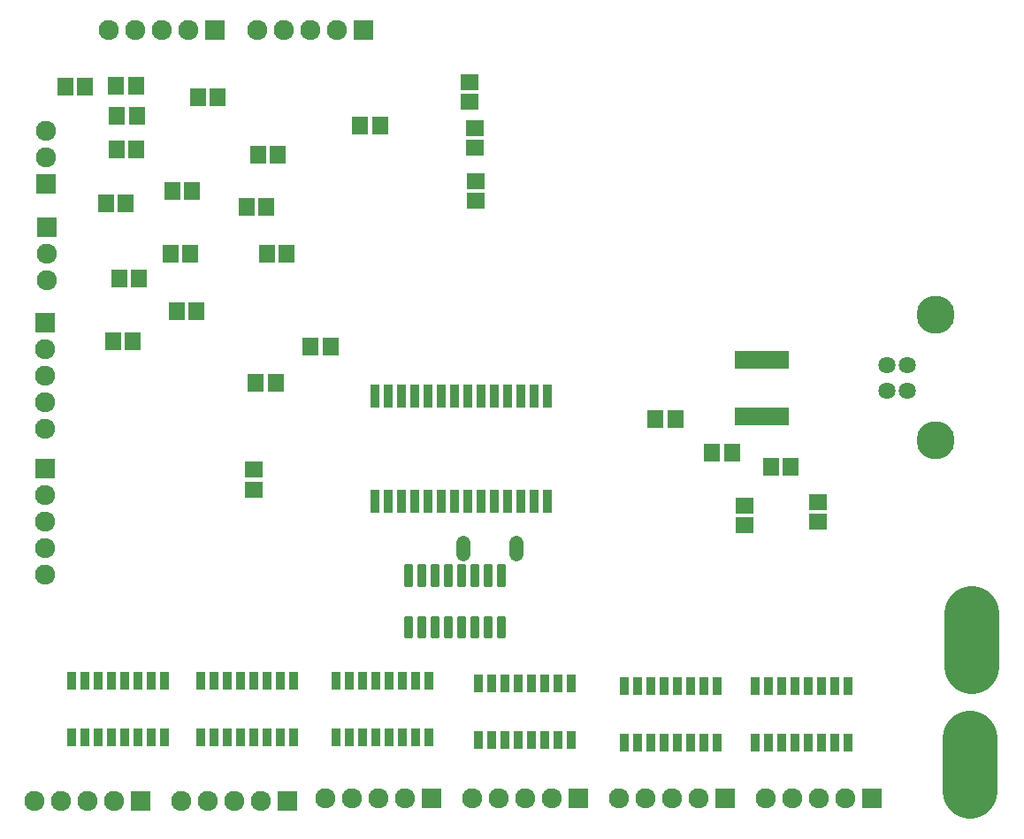
<source format=gbr>
G04 EAGLE Gerber RS-274X export*
G75*
%MOMM*%
%FSLAX34Y34*%
%LPD*%
%INSoldermask Top*%
%IPPOS*%
%AMOC8*
5,1,8,0,0,1.08239X$1,22.5*%
G01*
%ADD10R,1.703200X1.503200*%
%ADD11R,1.503200X1.703200*%
%ADD12C,5.283200*%
%ADD13R,1.928200X1.928200*%
%ADD14C,1.928200*%
%ADD15R,0.863600X2.235200*%
%ADD16R,0.638200X1.729200*%
%ADD17R,0.853200X1.753200*%
%ADD18C,1.634200*%
%ADD19C,3.653200*%
%ADD20C,1.320800*%
%ADD21C,0.349006*%


D10*
X233000Y334300D03*
X233000Y353300D03*
X773700Y303400D03*
X773700Y322400D03*
X703700Y299900D03*
X703700Y318900D03*
X445200Y661400D03*
X445200Y680400D03*
X439800Y724400D03*
X439800Y705400D03*
D11*
X179800Y709800D03*
X198800Y709800D03*
X121000Y660200D03*
X102000Y660200D03*
X71800Y720200D03*
X52800Y720200D03*
X237400Y654800D03*
X256400Y654800D03*
X226600Y604800D03*
X245600Y604800D03*
X245800Y559800D03*
X264800Y559800D03*
X354200Y683000D03*
X335200Y683000D03*
X102300Y692000D03*
X121300Y692000D03*
D10*
X446300Y629600D03*
X446300Y610600D03*
D11*
X672200Y369800D03*
X691200Y369800D03*
D12*
X918800Y95900D02*
X918800Y45100D01*
D13*
X196200Y774400D03*
D14*
X170800Y774400D03*
X145400Y774400D03*
X120000Y774400D03*
X94600Y774400D03*
D15*
X349650Y323208D03*
X362350Y323208D03*
X375050Y323208D03*
X387750Y323208D03*
X400450Y323208D03*
X413150Y323208D03*
X425850Y323208D03*
X438550Y323208D03*
X438550Y423792D03*
X425850Y423792D03*
X413150Y423792D03*
X400450Y423792D03*
X387750Y423792D03*
X375050Y423792D03*
X362350Y423792D03*
X349650Y423792D03*
X451250Y323208D03*
X463950Y323208D03*
X476650Y323208D03*
X489350Y323208D03*
X502050Y323208D03*
X514750Y323208D03*
X451250Y423792D03*
X463950Y423792D03*
X476650Y423792D03*
X489350Y423792D03*
X502050Y423792D03*
X514750Y423792D03*
D16*
X742020Y458820D03*
X735680Y458820D03*
X729320Y458820D03*
X722980Y458820D03*
X716620Y458820D03*
X710280Y458820D03*
X703920Y458820D03*
X697580Y458820D03*
X697580Y404580D03*
X703920Y404580D03*
X710280Y404580D03*
X716620Y404580D03*
X722980Y404580D03*
X729320Y404580D03*
X735680Y404580D03*
X742020Y404580D03*
D17*
X58650Y96750D03*
X71350Y96750D03*
X84050Y96750D03*
X96750Y96750D03*
X109450Y96750D03*
X122150Y96750D03*
X134850Y96750D03*
X147550Y96750D03*
X147550Y151250D03*
X134850Y151250D03*
X122150Y151250D03*
X109450Y151250D03*
X96750Y151250D03*
X84050Y151250D03*
X71350Y151250D03*
X58650Y151250D03*
X182450Y96650D03*
X195150Y96650D03*
X207850Y96650D03*
X220550Y96650D03*
X233250Y96650D03*
X245950Y96650D03*
X258650Y96650D03*
X271350Y96650D03*
X271350Y151150D03*
X258650Y151150D03*
X245950Y151150D03*
X233250Y151150D03*
X220550Y151150D03*
X207850Y151150D03*
X195150Y151150D03*
X182450Y151150D03*
X312450Y96550D03*
X325150Y96550D03*
X337850Y96550D03*
X350550Y96550D03*
X363250Y96550D03*
X375950Y96550D03*
X388650Y96550D03*
X401350Y96550D03*
X401350Y151050D03*
X388650Y151050D03*
X375950Y151050D03*
X363250Y151050D03*
X350550Y151050D03*
X337850Y151050D03*
X325150Y151050D03*
X312450Y151050D03*
X537550Y148550D03*
X524850Y148550D03*
X512150Y148550D03*
X499450Y148550D03*
X486750Y148550D03*
X474050Y148550D03*
X461350Y148550D03*
X448650Y148550D03*
X448650Y94050D03*
X461350Y94050D03*
X474050Y94050D03*
X486750Y94050D03*
X499450Y94050D03*
X512150Y94050D03*
X524850Y94050D03*
X537550Y94050D03*
X588150Y91850D03*
X600850Y91850D03*
X613550Y91850D03*
X626250Y91850D03*
X638950Y91850D03*
X651650Y91850D03*
X664350Y91850D03*
X677050Y91850D03*
X677050Y146350D03*
X664350Y146350D03*
X651650Y146350D03*
X638950Y146350D03*
X626250Y146350D03*
X613550Y146350D03*
X600850Y146350D03*
X588150Y146350D03*
X713150Y91750D03*
X725850Y91750D03*
X738550Y91750D03*
X751250Y91750D03*
X763950Y91750D03*
X776650Y91750D03*
X789350Y91750D03*
X802050Y91750D03*
X802050Y146250D03*
X789350Y146250D03*
X776650Y146250D03*
X763950Y146250D03*
X751250Y146250D03*
X738550Y146250D03*
X725850Y146250D03*
X713150Y146250D03*
D18*
X839200Y453700D03*
X839200Y428700D03*
X859200Y428700D03*
X859200Y453700D03*
D19*
X886300Y381000D03*
X886300Y501400D03*
D13*
X33700Y494000D03*
D14*
X33700Y468600D03*
X33700Y443200D03*
X33700Y417800D03*
X33700Y392400D03*
D13*
X33700Y354500D03*
D14*
X33700Y329100D03*
X33700Y303700D03*
X33700Y278300D03*
X33700Y252900D03*
D13*
X125000Y36300D03*
D14*
X99600Y36300D03*
X74200Y36300D03*
X48800Y36300D03*
X23400Y36300D03*
D13*
X265500Y36300D03*
D14*
X240100Y36300D03*
X214700Y36300D03*
X189300Y36300D03*
X163900Y36300D03*
D13*
X404000Y38200D03*
D14*
X378600Y38200D03*
X353200Y38200D03*
X327800Y38200D03*
X302400Y38200D03*
D13*
X544500Y38200D03*
D14*
X519100Y38200D03*
X493700Y38200D03*
X468300Y38200D03*
X442900Y38200D03*
D13*
X685000Y38200D03*
D14*
X659600Y38200D03*
X634200Y38200D03*
X608800Y38200D03*
X583400Y38200D03*
D13*
X825500Y38200D03*
D14*
X800100Y38200D03*
X774700Y38200D03*
X749300Y38200D03*
X723900Y38200D03*
D13*
X35600Y585200D03*
D14*
X35600Y559800D03*
X35600Y534400D03*
D13*
X338000Y774400D03*
D14*
X312600Y774400D03*
X287200Y774400D03*
X261800Y774400D03*
X236400Y774400D03*
D13*
X34400Y626800D03*
D14*
X34400Y652200D03*
X34400Y677600D03*
D20*
X434200Y283588D02*
X434200Y272412D01*
X485000Y272412D02*
X485000Y283588D01*
D11*
X235400Y436300D03*
X254400Y436300D03*
X101400Y721300D03*
X120400Y721300D03*
X728600Y356300D03*
X747600Y356300D03*
X617900Y401300D03*
X636900Y401300D03*
X110600Y608700D03*
X91600Y608700D03*
X287800Y471300D03*
X306800Y471300D03*
X104600Y536300D03*
X123600Y536300D03*
X98800Y476300D03*
X117800Y476300D03*
X155400Y619800D03*
X174400Y619800D03*
X159600Y504800D03*
X178600Y504800D03*
X153800Y559800D03*
X172800Y559800D03*
D21*
X383771Y211321D02*
X383771Y193279D01*
X379329Y193279D01*
X379329Y211321D01*
X383771Y211321D01*
X383771Y196594D02*
X379329Y196594D01*
X379329Y199909D02*
X383771Y199909D01*
X383771Y203224D02*
X379329Y203224D01*
X379329Y206539D02*
X383771Y206539D01*
X383771Y209854D02*
X379329Y209854D01*
X396471Y211321D02*
X396471Y193279D01*
X392029Y193279D01*
X392029Y211321D01*
X396471Y211321D01*
X396471Y196594D02*
X392029Y196594D01*
X392029Y199909D02*
X396471Y199909D01*
X396471Y203224D02*
X392029Y203224D01*
X392029Y206539D02*
X396471Y206539D01*
X396471Y209854D02*
X392029Y209854D01*
X409171Y211321D02*
X409171Y193279D01*
X404729Y193279D01*
X404729Y211321D01*
X409171Y211321D01*
X409171Y196594D02*
X404729Y196594D01*
X404729Y199909D02*
X409171Y199909D01*
X409171Y203224D02*
X404729Y203224D01*
X404729Y206539D02*
X409171Y206539D01*
X409171Y209854D02*
X404729Y209854D01*
X421871Y211321D02*
X421871Y193279D01*
X417429Y193279D01*
X417429Y211321D01*
X421871Y211321D01*
X421871Y196594D02*
X417429Y196594D01*
X417429Y199909D02*
X421871Y199909D01*
X421871Y203224D02*
X417429Y203224D01*
X417429Y206539D02*
X421871Y206539D01*
X421871Y209854D02*
X417429Y209854D01*
X434571Y211321D02*
X434571Y193279D01*
X430129Y193279D01*
X430129Y211321D01*
X434571Y211321D01*
X434571Y196594D02*
X430129Y196594D01*
X430129Y199909D02*
X434571Y199909D01*
X434571Y203224D02*
X430129Y203224D01*
X430129Y206539D02*
X434571Y206539D01*
X434571Y209854D02*
X430129Y209854D01*
X447271Y211321D02*
X447271Y193279D01*
X442829Y193279D01*
X442829Y211321D01*
X447271Y211321D01*
X447271Y196594D02*
X442829Y196594D01*
X442829Y199909D02*
X447271Y199909D01*
X447271Y203224D02*
X442829Y203224D01*
X442829Y206539D02*
X447271Y206539D01*
X447271Y209854D02*
X442829Y209854D01*
X459971Y211321D02*
X459971Y193279D01*
X455529Y193279D01*
X455529Y211321D01*
X459971Y211321D01*
X459971Y196594D02*
X455529Y196594D01*
X455529Y199909D02*
X459971Y199909D01*
X459971Y203224D02*
X455529Y203224D01*
X455529Y206539D02*
X459971Y206539D01*
X459971Y209854D02*
X455529Y209854D01*
X472671Y211321D02*
X472671Y193279D01*
X468229Y193279D01*
X468229Y211321D01*
X472671Y211321D01*
X472671Y196594D02*
X468229Y196594D01*
X468229Y199909D02*
X472671Y199909D01*
X472671Y203224D02*
X468229Y203224D01*
X468229Y206539D02*
X472671Y206539D01*
X472671Y209854D02*
X468229Y209854D01*
X472671Y242879D02*
X472671Y260921D01*
X472671Y242879D02*
X468229Y242879D01*
X468229Y260921D01*
X472671Y260921D01*
X472671Y246194D02*
X468229Y246194D01*
X468229Y249509D02*
X472671Y249509D01*
X472671Y252824D02*
X468229Y252824D01*
X468229Y256139D02*
X472671Y256139D01*
X472671Y259454D02*
X468229Y259454D01*
X459971Y260921D02*
X459971Y242879D01*
X455529Y242879D01*
X455529Y260921D01*
X459971Y260921D01*
X459971Y246194D02*
X455529Y246194D01*
X455529Y249509D02*
X459971Y249509D01*
X459971Y252824D02*
X455529Y252824D01*
X455529Y256139D02*
X459971Y256139D01*
X459971Y259454D02*
X455529Y259454D01*
X447271Y260921D02*
X447271Y242879D01*
X442829Y242879D01*
X442829Y260921D01*
X447271Y260921D01*
X447271Y246194D02*
X442829Y246194D01*
X442829Y249509D02*
X447271Y249509D01*
X447271Y252824D02*
X442829Y252824D01*
X442829Y256139D02*
X447271Y256139D01*
X447271Y259454D02*
X442829Y259454D01*
X434571Y260921D02*
X434571Y242879D01*
X430129Y242879D01*
X430129Y260921D01*
X434571Y260921D01*
X434571Y246194D02*
X430129Y246194D01*
X430129Y249509D02*
X434571Y249509D01*
X434571Y252824D02*
X430129Y252824D01*
X430129Y256139D02*
X434571Y256139D01*
X434571Y259454D02*
X430129Y259454D01*
X421871Y260921D02*
X421871Y242879D01*
X417429Y242879D01*
X417429Y260921D01*
X421871Y260921D01*
X421871Y246194D02*
X417429Y246194D01*
X417429Y249509D02*
X421871Y249509D01*
X421871Y252824D02*
X417429Y252824D01*
X417429Y256139D02*
X421871Y256139D01*
X421871Y259454D02*
X417429Y259454D01*
X409171Y260921D02*
X409171Y242879D01*
X404729Y242879D01*
X404729Y260921D01*
X409171Y260921D01*
X409171Y246194D02*
X404729Y246194D01*
X404729Y249509D02*
X409171Y249509D01*
X409171Y252824D02*
X404729Y252824D01*
X404729Y256139D02*
X409171Y256139D01*
X409171Y259454D02*
X404729Y259454D01*
X396471Y260921D02*
X396471Y242879D01*
X392029Y242879D01*
X392029Y260921D01*
X396471Y260921D01*
X396471Y246194D02*
X392029Y246194D01*
X392029Y249509D02*
X396471Y249509D01*
X396471Y252824D02*
X392029Y252824D01*
X392029Y256139D02*
X396471Y256139D01*
X396471Y259454D02*
X392029Y259454D01*
X383771Y260921D02*
X383771Y242879D01*
X379329Y242879D01*
X379329Y260921D01*
X383771Y260921D01*
X383771Y246194D02*
X379329Y246194D01*
X379329Y249509D02*
X383771Y249509D01*
X383771Y252824D02*
X379329Y252824D01*
X379329Y256139D02*
X383771Y256139D01*
X383771Y259454D02*
X379329Y259454D01*
D12*
X921200Y215600D02*
X921200Y164800D01*
M02*

</source>
